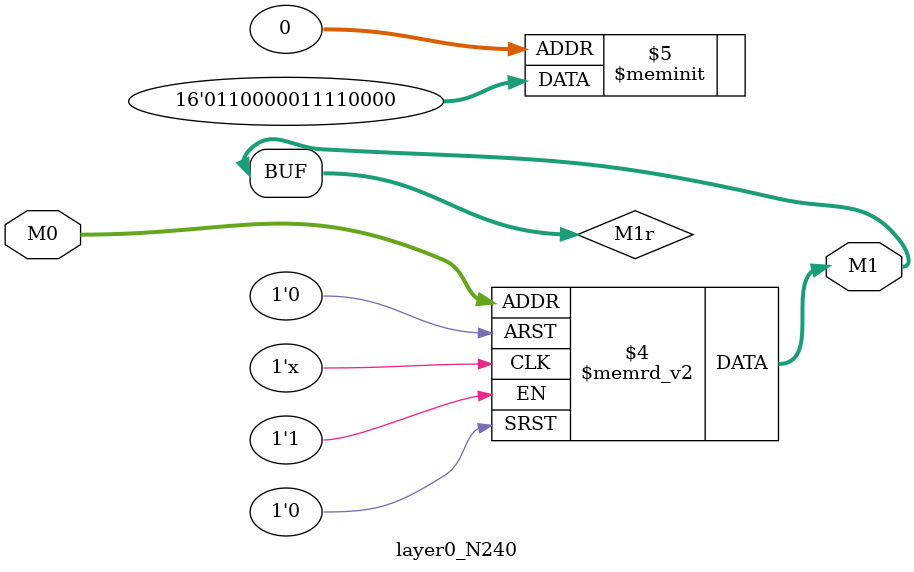
<source format=v>
module layer0_N240 ( input [2:0] M0, output [1:0] M1 );

	(*rom_style = "distributed" *) reg [1:0] M1r;
	assign M1 = M1r;
	always @ (M0) begin
		case (M0)
			3'b000: M1r = 2'b00;
			3'b100: M1r = 2'b00;
			3'b010: M1r = 2'b11;
			3'b110: M1r = 2'b10;
			3'b001: M1r = 2'b00;
			3'b101: M1r = 2'b00;
			3'b011: M1r = 2'b11;
			3'b111: M1r = 2'b01;

		endcase
	end
endmodule

</source>
